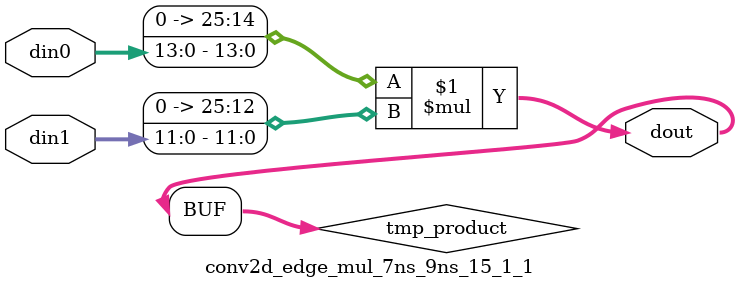
<source format=v>

`timescale 1 ns / 1 ps

 module conv2d_edge_mul_7ns_9ns_15_1_1(din0, din1, dout);
parameter ID = 1;
parameter NUM_STAGE = 0;
parameter din0_WIDTH = 14;
parameter din1_WIDTH = 12;
parameter dout_WIDTH = 26;

input [din0_WIDTH - 1 : 0] din0; 
input [din1_WIDTH - 1 : 0] din1; 
output [dout_WIDTH - 1 : 0] dout;

wire signed [dout_WIDTH - 1 : 0] tmp_product;
























assign tmp_product = $signed({1'b0, din0}) * $signed({1'b0, din1});











assign dout = tmp_product;





















endmodule

</source>
